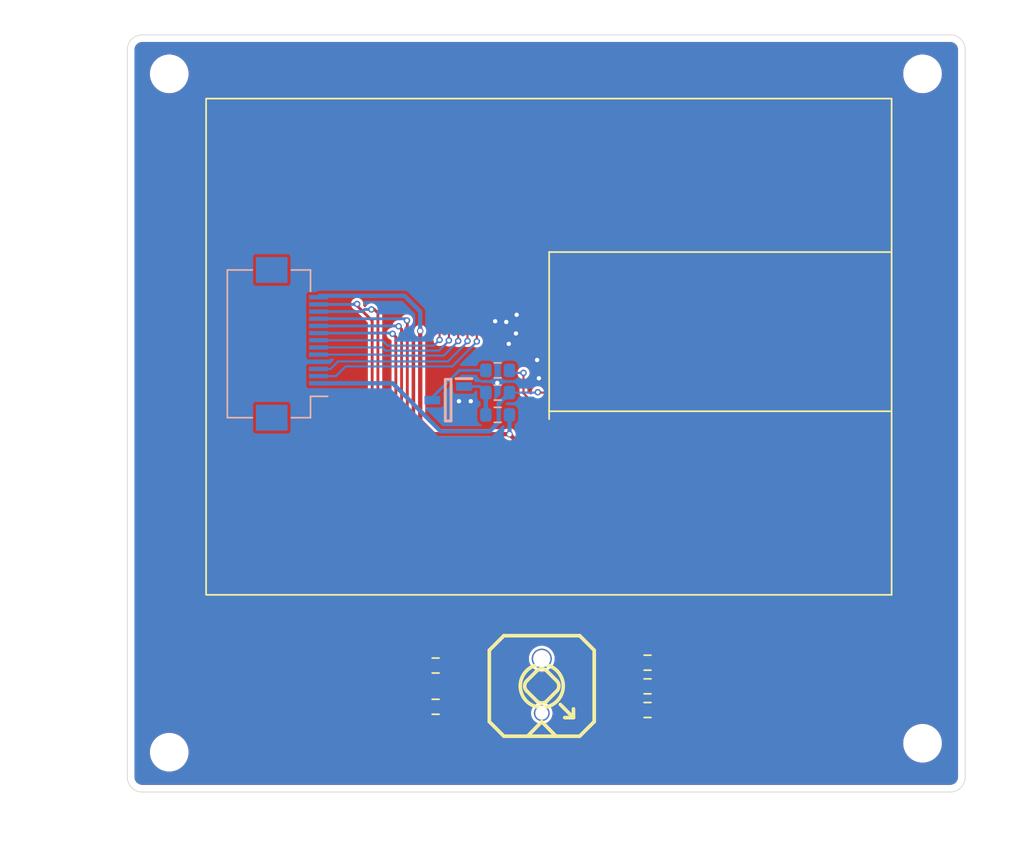
<source format=kicad_pcb>
(kicad_pcb (version 20240108) (generator "pcbnew") (generator_version "8.0")
  (layers (0 "F.Cu" signal) (31 "B.Cu" signal) (34 "B.Paste" user) (35 "F.Paste" user) (36 "B.SilkS" user "B.Silkscreen") (37 "F.SilkS" user "F.Silkscreen") (38 "B.Mask" user) (39 "F.Mask" user) (44 "Edge.Cuts" user))
  (net 0 "")
  (net 1 "/LCD_RES")
  (net 2 "+3.3V")
  (net 3 "/LCD_CLK")
  (net 4 "GND")
  (net 5 "/LCD_VCC")
  (net 6 "/KEY_L")
  (net 7 "/KEY_R")
  (net 8 "/LCD_DC")
  (net 9 "/LCD_MOSI")
  (net 10 "/KEY_D")
  (net 11 "/KEY_U")
  (net 12 "/KEY_E")
  (net 13 "/LCD_TE")
  (net 14 "Net-(Q1-C)")
  (net 15 "Net-(U2-LED_K)")
  (net 16 "Net-(Q1-B)")
  (footprint "MountingHole:MountingHole_2.2mm_M2" (layer "F.Cu") (at 151.15 65.55)
    (property "Reference" "H4" (hide yes))
    (property "Value" "MountingHole" (hide yes))
    (pad "" np_thru_hole circle (at 0 0) (size 2.2 2.2) (drill 2.2) (layers "*.Cu" "*.Mask"))
  )
  (footprint "MountingHole:MountingHole_2.2mm_M2" (layer "F.Cu") (at 151.15 18.875)
    (property "Reference" "H2" (hide yes))
    (property "Value" "MountingHole" (hide yes))
    (pad "" np_thru_hole circle (at 0 0) (size 2.2 2.2) (drill 2.2) (layers "*.Cu" "*.Mask"))
  )
  (footprint "MountingHole:MountingHole_2.2mm_M2" (layer "F.Cu") (at 98.625 66.175)
    (property "Reference" "H3" (hide yes))
    (property "Value" "MountingHole" (hide yes))
    (pad "" np_thru_hole circle (at 0 0) (size 2.2 2.2) (drill 2.2) (layers "*.Cu" "*.Mask"))
  )
  (footprint "MountingHole:MountingHole_2.2mm_M2" (layer "F.Cu") (at 98.625 18.875)
    (property "Reference" "H1" (hide yes))
    (property "Value" "MountingHole" (hide yes))
    (pad "" np_thru_hole circle (at 0 0) (size 2.2 2.2) (drill 2.2) (layers "*.Cu" "*.Mask"))
  )
  (footprint "Library:ZJY200K-IF05" (layer "F.Cu") (at 123.495 37.9 -90)
    (property "Reference" "U2" (hide yes))
    (property "Value" "~" (hide yes))
    (fp_line (start -6.6 -1.62) (end 4.5 -1.62) (stroke (width 0.12)) (layer "F.SilkS"))
    (fp_line (start -6.6 -1.62) (end -6.6 -25.42) (stroke (width 0.12)) (layer "F.SilkS"))
    (fp_line (start 4.5 -1.62) (end 4.5 -25.42) (stroke (width 0.12)) (layer "F.SilkS"))
    (fp_line (start 4.75 -1.62) (end 4.45 -1.62) (stroke (width 0.12)) (layer "F.SilkS"))
    (fp_rect (start 5.05 -1.62) (end 4.75 -1.62) (stroke (width 0.12)) (fill none) (layer "F.SilkS"))
    (fp_rect (start 17.3 -25.5) (end -17.3 22.3) (stroke (width 0.12)) (fill none) (layer "F.SilkS"))
    (pad "1" smd roundrect (at 4.2 -3.62 270) (size 0.3 3.7) (layers "F.Cu" "F.Paste" "F.Mask") (net 5 "/LCD_VCC"))
    (pad "2" smd roundrect (at 3.7 -3.62 270) (size 0.3 3.7) (layers "F.Cu" "F.Paste" "F.Mask") (net 15 "Net-(U2-LED_K)"))
    (pad "3" smd roundrect (at 3.2 -3.62 270) (size 0.3 3.7) (layers "F.Cu" "F.Paste" "F.Mask") (net 5 "/LCD_VCC"))
    (pad "4" smd roundrect (at 2.7 -3.62 270) (size 0.3 3.7) (layers "F.Cu" "F.Paste" "F.Mask") (net 5 "/LCD_VCC"))
    (pad "5" smd roundrect (at 2.2 -3.62 270) (size 0.3 3.7) (layers "F.Cu" "F.Paste" "F.Mask") (net 4 "GND"))
    (pad "6" smd roundrect (at 1.7 -3.62 270) (size 0.3 3.7) (layers "F.Cu" "F.Paste" "F.Mask") (net 5 "/LCD_VCC"))
    (pad "7" smd roundrect (at 1.2 -3.62 270) (size 0.3 3.7) (layers "F.Cu" "F.Paste" "F.Mask") (net 4 "GND"))
    (pad "8" smd roundrect (at 0.7 -3.62 270) (size 0.3 3.7) (layers "F.Cu" "F.Paste" "F.Mask") (net 4 "GND"))
    (pad "9" smd roundrect (at 0.2 -3.62 270) (size 0.3 3.7) (layers "F.Cu" "F.Paste" "F.Mask") (net 4 "GND"))
    (pad "10" smd roundrect (at -0.3 -3.62 270) (size 0.3 3.7) (layers "F.Cu" "F.Paste" "F.Mask") (net 4 "GND"))
    (pad "11" smd roundrect (at -0.8 -3.62 270) (size 0.3 3.7) (layers "F.Cu" "F.Paste" "F.Mask") (net 4 "GND"))
    (pad "12" smd roundrect (at -1.3 -3.62 270) (size 0.3 3.7) (layers "F.Cu" "F.Paste" "F.Mask") (net 4 "GND"))
    (pad "13" smd roundrect (at -1.8 -3.62 270) (size 0.3 3.7) (layers "F.Cu" "F.Paste" "F.Mask") (net 4 "GND"))
    (pad "14" smd roundrect (at -2.3 -3.62 270) (size 0.3 3.7) (layers "F.Cu" "F.Paste" "F.Mask") (net 4 "GND"))
    (pad "15" smd roundrect (at -2.8 -3.62 270) (size 0.3 3.7) (layers "F.Cu" "F.Paste" "F.Mask") (net 4 "GND"))
    (pad "16" smd roundrect (at -3.3 -3.62 270) (size 0.3 3.7) (layers "F.Cu" "F.Paste" "F.Mask") (net 8 "/LCD_DC"))
    (pad "17" smd roundrect (at -3.8 -3.62 270) (size 0.3 3.7) (layers "F.Cu" "F.Paste" "F.Mask") (net 3 "/LCD_CLK"))
    (pad "18" smd roundrect (at -4.3 -3.62 270) (size 0.3 3.7) (layers "F.Cu" "F.Paste" "F.Mask") (net 4 "GND"))
    (pad "19" smd roundrect (at -4.8 -3.62 270) (size 0.3 3.7) (layers "F.Cu" "F.Paste" "F.Mask") (net 13 "/LCD_TE"))
    (pad "20" smd roundrect (at -5.3 -3.62 270) (size 0.3 3.7) (layers "F.Cu" "F.Paste" "F.Mask") (net 1 "/LCD_RES"))
    (pad "21" smd roundrect (at -5.8 -3.62 270) (size 0.3 3.7) (layers "F.Cu" "F.Paste" "F.Mask") (net 9 "/LCD_MOSI"))
    (pad "22" smd roundrect (at -6.3 -3.62 270) (size 0.3 3.7) (layers "F.Cu" "F.Paste" "F.Mask") (net 4 "GND"))
  )
  (footprint "Resistor_SMD:R_0603_1608Metric" (layer "F.Cu") (at 117.2 63.006 180)
    (property "Reference" "R4" (hide yes))
    (property "Value" "10K" (hide yes))
    (fp_line (start -0.237258 0.5225) (end 0.237258 0.5225) (stroke (width 0.12)) (layer "F.SilkS"))
    (fp_line (start -0.237258 -0.5225) (end 0.237258 -0.5225) (stroke (width 0.12)) (layer "F.SilkS"))
    (pad "1" smd roundrect (at -0.825 0 180) (size 0.8 0.95) (layers "F.Cu" "F.Paste" "F.Mask") (net 6 "/KEY_L"))
    (pad "2" smd roundrect (at 0.825 0 180) (size 0.8 0.95) (layers "F.Cu" "F.Paste" "F.Mask") (net 2 "+3.3V"))
  )
  (footprint "Resistor_SMD:R_0603_1608Metric" (layer "F.Cu") (at 131.975 59.931)
    (property "Reference" "R3" (hide yes))
    (property "Value" "10K" (hide yes))
    (fp_line (start -0.237258 -0.5225) (end 0.237258 -0.5225) (stroke (width 0.12)) (layer "F.SilkS"))
    (fp_line (start -0.237258 0.5225) (end 0.237258 0.5225) (stroke (width 0.12)) (layer "F.SilkS"))
    (pad "1" smd roundrect (at -0.825 0) (size 0.8 0.95) (layers "F.Cu" "F.Paste" "F.Mask") (net 10 "/KEY_D"))
    (pad "2" smd roundrect (at 0.825 0) (size 0.8 0.95) (layers "F.Cu" "F.Paste" "F.Mask") (net 2 "+3.3V"))
  )
  (footprint "kicad_lceda:五向开关" (layer "F.Cu") (at 124.6 61.553 180)
    (property "Reference" "U1" (hide yes))
    (property "Value" "五向开关" (hide yes))
    (fp_line (start 3.658 2.489) (end 2.642 3.505) (stroke (width 0.254)) (layer "F.SilkS"))
    (fp_line (start 3.658 -2.489) (end 3.658 2.489) (stroke (width 0.254)) (layer "F.SilkS"))
    (fp_line (start 2.642 3.505) (end -2.642 3.505) (stroke (width 0.254)) (layer "F.SilkS"))
    (fp_line (start 2.642 -3.505) (end 3.658 -2.489) (stroke (width 0.254)) (layer "F.SilkS"))
    (fp_line (start 1.041 -0.356) (end 0.356 -1.041) (stroke (width 0.254)) (layer "F.SilkS"))
    (fp_line (start 0.991 -3.505) (end 2.642 -3.505) (stroke (width 0.254)) (layer "F.SilkS"))
    (fp_line (start 0.356 1.041) (end 1.041 0.356) (stroke (width 0.254)) (layer "F.SilkS"))
    (fp_line (start 0 -2.489) (end 0.991 -3.505) (stroke (width 0.254)) (layer "F.SilkS"))
    (fp_line (start 0 -2.489) (end -0.991 -3.505) (stroke (width 0.254)) (layer "F.SilkS"))
    (fp_line (start -0.356 -1.041) (end -1.041 -0.356) (stroke (width 0.254)) (layer "F.SilkS"))
    (fp_line (start -0.991 -3.505) (end 0.991 -3.505) (stroke (width 0.254)) (layer "F.SilkS"))
    (fp_line (start -1.041 0.356) (end -0.356 1.041) (stroke (width 0.254)) (layer "F.SilkS"))
    (fp_line (start -1.295 -1.295) (end -2.21 -2.21) (stroke (width 0.254)) (layer "F.SilkS"))
    (fp_line (start -2.21 -2.21) (end -1.6 -2.21) (stroke (width 0.254)) (layer "F.SilkS"))
    (fp_line (start -2.21 -2.21) (end -2.21 -1.6) (stroke (width 0.254)) (layer "F.SilkS"))
    (fp_line (start -2.642 3.505) (end -3.658 2.489) (stroke (width 0.254)) (layer "F.SilkS"))
    (fp_line (start -2.642 -3.505) (end -0.991 -3.505) (stroke (width 0.254)) (layer "F.SilkS"))
    (fp_line (start -3.658 2.489) (end -3.658 -2.489) (stroke (width 0.254)) (layer "F.SilkS"))
    (fp_line (start -3.658 -2.489) (end -2.642 -3.505) (stroke (width 0.254)) (layer "F.SilkS"))
    (fp_arc (start 1.046 -0.353) (mid 1.192217 -0.000569) (end 1.046803 0.352195) (stroke (width 0.254)) (layer "F.SilkS"))
    (fp_arc (start 0.353 1.046) (mid 0.000569 1.192217) (end -0.352195 1.046803) (stroke (width 0.254)) (layer "F.SilkS"))
    (fp_arc (start -0.353 -1.046) (mid -0.000569 -1.192217) (end 0.352195 -1.046803) (stroke (width 0.254)) (layer "F.SilkS"))
    (fp_arc (start -1.046 0.353) (mid -1.192217 0.000569) (end -1.046803 -0.352195) (stroke (width 0.254)) (layer "F.SilkS"))
    (fp_circle (center 0 0) (end 1.499 0) (stroke (width 0.254)) (fill none) (layer "F.SilkS"))
    (pad "" thru_hole circle (at 0 -1.9 180) (size 1.1 1.1) (drill 0.9) (layers "*.Cu" "*.Mask"))
    (pad "" thru_hole circle (at 0 1.9 180) (size 1.4 1.4) (drill 1.2) (layers "*.Cu" "*.Mask"))
    (pad "1" thru_hole rect (at -4.1 -1.397 180) (size 1.849 1.1) (layers "F.Cu" "F.Paste" "F.Mask") (net 12 "/KEY_E"))
    (pad "2" thru_hole rect (at -4.1 0 180) (size 1.849 1.1) (layers "F.Cu" "F.Paste" "F.Mask") (net 11 "/KEY_U"))
    (pad "3" thru_hole rect (at -4.1 1.397 180) (size 1.849 1.1) (layers "F.Cu" "F.Paste" "F.Mask") (net 10 "/KEY_D"))
    (pad "4" thru_hole rect (at 4.1 1.397 180) (size 1.849 1.1) (layers "F.Cu" "F.Paste" "F.Mask") (net 7 "/KEY_R"))
    (pad "5" thru_hole rect (at 4.1 0 180) (size 1.849 1.1) (layers "F.Cu" "F.Paste" "F.Mask") (net 4 "GND"))
    (pad "6" thru_hole rect (at 4.1 -1.397 180) (size 1.849 1.1) (layers "F.Cu" "F.Paste" "F.Mask") (net 6 "/KEY_L"))
    (pad "7" thru_hole rect (at 0 -4.1 180) (size 1.9 1.999) (layers "F.Cu" "F.Paste" "F.Mask"))
    (pad "8" thru_hole rect (at 0 4.1 180) (size 1.9 1.999) (layers "F.Cu" "F.Paste" "F.Mask"))
  )
  (footprint "Resistor_SMD:R_0603_1608Metric" (layer "F.Cu") (at 131.975 63.231)
    (property "Reference" "R1" (hide yes))
    (property "Value" "10K" (hide yes))
    (fp_line (start -0.237258 -0.5225) (end 0.237258 -0.5225) (stroke (width 0.12)) (layer "F.SilkS"))
    (fp_line (start -0.237258 0.5225) (end 0.237258 0.5225) (stroke (width 0.12)) (layer "F.SilkS"))
    (pad "1" smd roundrect (at -0.825 0) (size 0.8 0.95) (layers "F.Cu" "F.Paste" "F.Mask") (net 12 "/KEY_E"))
    (pad "2" smd roundrect (at 0.825 0) (size 0.8 0.95) (layers "F.Cu" "F.Paste" "F.Mask") (net 2 "+3.3V"))
  )
  (footprint "Resistor_SMD:R_0603_1608Metric" (layer "F.Cu") (at 131.975 61.581)
    (property "Reference" "R2" (hide yes))
    (property "Value" "10K" (hide yes))
    (fp_line (start -0.237258 -0.5225) (end 0.237258 -0.5225) (stroke (width 0.12)) (layer "F.SilkS"))
    (fp_line (start -0.237258 0.5225) (end 0.237258 0.5225) (stroke (width 0.12)) (layer "F.SilkS"))
    (pad "1" smd roundrect (at -0.825 0) (size 0.8 0.95) (layers "F.Cu" "F.Paste" "F.Mask") (net 11 "/KEY_U"))
    (pad "2" smd roundrect (at 0.825 0) (size 0.8 0.95) (layers "F.Cu" "F.Paste" "F.Mask") (net 2 "+3.3V"))
  )
  (footprint "Resistor_SMD:R_0603_1608Metric" (layer "F.Cu") (at 117.2 60.131 180)
    (property "Reference" "R5" (hide yes))
    (property "Value" "10K" (hide yes))
    (fp_line (start -0.237258 0.5225) (end 0.237258 0.5225) (stroke (width 0.12)) (layer "F.SilkS"))
    (fp_line (start -0.237258 -0.5225) (end 0.237258 -0.5225) (stroke (width 0.12)) (layer "F.SilkS"))
    (pad "1" smd roundrect (at -0.825 0 180) (size 0.8 0.95) (layers "F.Cu" "F.Paste" "F.Mask") (net 7 "/KEY_R"))
    (pad "2" smd roundrect (at 0.825 0 180) (size 0.8 0.95) (layers "F.Cu" "F.Paste" "F.Mask") (net 2 "+3.3V"))
  )
  (footprint "Resistor_SMD:R_0603_1608Metric" (layer "B.Cu") (at 121.525 42.65)
    (property "Reference" "R7" (hide yes))
    (property "Value" "10K" (hide yes))
    (fp_line (start 0.237258 -0.5225) (end -0.237258 -0.5225) (stroke (width 0.12)) (layer "B.SilkS"))
    (fp_line (start 0.237258 0.5225) (end -0.237258 0.5225) (stroke (width 0.12)) (layer "B.SilkS"))
    (pad "1" smd roundrect (at -0.825 0) (size 0.8 0.95) (layers "B.Cu" "B.Paste" "B.Mask") (net 16 "Net-(Q1-B)"))
    (pad "2" smd roundrect (at 0.825 0) (size 0.8 0.95) (layers "B.Cu" "B.Paste" "B.Mask") (net 2 "+3.3V"))
  )
  (footprint "Library:SOT95P240X115-3N" (layer "B.Cu") (at 118.075 41.625 180)
    (property "Reference" "Q1" (hide yes))
    (property "Value" "S8050" (hide yes))
    (fp_line (start 0.2 1.45) (end -0.2 1.45) (stroke (width 0.2)) (layer "B.SilkS"))
    (fp_line (start 0.2 -1.45) (end 0.2 1.45) (stroke (width 0.2)) (layer "B.SilkS"))
    (fp_line (start -0.2 1.45) (end -0.2 -1.45) (stroke (width 0.2)) (layer "B.SilkS"))
    (fp_line (start -0.2 -1.45) (end 0.2 -1.45) (stroke (width 0.2)) (layer "B.SilkS"))
    (fp_line (start -0.55 1.5) (end -1.65 1.5) (stroke (width 0.2)) (layer "B.SilkS"))
    (pad "1" smd rect (at -1.1 0.95 90) (size 0.6 1.1) (layers "B.Cu" "B.Paste" "B.Mask") (net 16 "Net-(Q1-B)"))
    (pad "2" smd rect (at -1.1 -0.95 90) (size 0.6 1.1) (layers "B.Cu" "B.Paste" "B.Mask") (net 4 "GND"))
    (pad "3" smd rect (at 1.1 0 90) (size 0.6 1.1) (layers "B.Cu" "B.Paste" "B.Mask") (net 14 "Net-(Q1-C)"))
  )
  (footprint "Resistor_SMD:R_0603_1608Metric" (layer "B.Cu") (at 121.525 41.1 180)
    (property "Reference" "R8" (hide yes))
    (property "Value" "10K" (hide yes))
    (fp_line (start 0.237258 0.5225) (end -0.237258 0.5225) (stroke (width 0.12)) (layer "B.SilkS"))
    (fp_line (start 0.237258 -0.5225) (end -0.237258 -0.5225) (stroke (width 0.12)) (layer "B.SilkS"))
    (pad "1" smd roundrect (at -0.825 0 180) (size 0.8 0.95) (layers "B.Cu" "B.Paste" "B.Mask") (net 5 "/LCD_VCC"))
    (pad "2" smd roundrect (at 0.825 0 180) (size 0.8 0.95) (layers "B.Cu" "B.Paste" "B.Mask") (net 16 "Net-(Q1-B)"))
  )
  (footprint "Connector_FFC-FPC:Hirose_FH12-14S-0.5SH_1x14-1MP_P0.50mm_Horizontal" (layer "B.Cu") (at 107.175 37.7 90)
    (property "Reference" "J1" (hide yes))
    (property "Value" "LCD&KEYS" (hide yes))
    (fp_line (start 5.15 -4.5) (end -5.15 -4.5) (stroke (width 0.12)) (layer "B.SilkS"))
    (fp_line (start -5.15 -4.5) (end -5.15 -2.76) (stroke (width 0.12)) (layer "B.SilkS"))
    (fp_line (start 5.15 -2.76) (end 5.15 -4.5) (stroke (width 0.12)) (layer "B.SilkS"))
    (fp_line (start 5.15 -0.04) (end 5.15 1.3) (stroke (width 0.12)) (layer "B.SilkS"))
    (fp_line (start -5.15 -0.04) (end -5.15 1.3) (stroke (width 0.12)) (layer "B.SilkS"))
    (fp_line (start 5.15 1.3) (end 3.66 1.3) (stroke (width 0.12)) (layer "B.SilkS"))
    (fp_line (start -5.15 1.3) (end -3.66 1.3) (stroke (width 0.12)) (layer "B.SilkS"))
    (fp_line (start -3.66 2.5) (end -3.66 1.3) (stroke (width 0.12)) (layer "B.SilkS"))
    (pad "1" smd rect (at -3.25 1.85 90) (size 0.3 1.3) (layers "B.Cu" "B.Paste" "B.Mask") (net 4 "GND"))
    (pad "2" smd rect (at -2.75 1.85 90) (size 0.3 1.3) (layers "B.Cu" "B.Paste" "B.Mask") (net 5 "/LCD_VCC"))
    (pad "3" smd rect (at -2.25 1.85 90) (size 0.3 1.3) (layers "B.Cu" "B.Paste" "B.Mask") (net 8 "/LCD_DC"))
    (pad "4" smd rect (at -1.75 1.85 90) (size 0.3 1.3) (layers "B.Cu" "B.Paste" "B.Mask") (net 3 "/LCD_CLK"))
    (pad "5" smd rect (at -1.25 1.85 90) (size 0.3 1.3) (layers "B.Cu" "B.Paste" "B.Mask") (net 4 "GND"))
    (pad "6" smd rect (at -0.75 1.85 90) (size 0.3 1.3) (layers "B.Cu" "B.Paste" "B.Mask") (net 13 "/LCD_TE"))
    (pad "7" smd rect (at -0.25 1.85 90) (size 0.3 1.3) (layers "B.Cu" "B.Paste" "B.Mask") (net 1 "/LCD_RES"))
    (pad "8" smd rect (at 0.25 1.85 90) (size 0.3 1.3) (layers "B.Cu" "B.Paste" "B.Mask") (net 9 "/LCD_MOSI"))
    (pad "9" smd rect (at 0.75 1.85 90) (size 0.3 1.3) (layers "B.Cu" "B.Paste" "B.Mask") (net 12 "/KEY_E"))
    (pad "10" smd rect (at 1.25 1.85 90) (size 0.3 1.3) (layers "B.Cu" "B.Paste" "B.Mask") (net 11 "/KEY_U"))
    (pad "11" smd rect (at 1.75 1.85 90) (size 0.3 1.3) (layers "B.Cu" "B.Paste" "B.Mask") (net 10 "/KEY_D"))
    (pad "12" smd rect (at 2.25 1.85 90) (size 0.3 1.3) (layers "B.Cu" "B.Paste" "B.Mask") (net 6 "/KEY_L"))
    (pad "13" smd rect (at 2.75 1.85 90) (size 0.3 1.3) (layers "B.Cu" "B.Paste" "B.Mask") (net 7 "/KEY_R"))
    (pad "14" smd rect (at 3.25 1.85 90) (size 0.3 1.3) (layers "B.Cu" "B.Paste" "B.Mask") (net 2 "+3.3V"))
    (pad "MP" smd rect (at -5.15 -1.4 90) (size 1.8 2.2) (layers "B.Cu" "B.Paste" "B.Mask"))
    (pad "MP" smd rect (at 5.15 -1.4 90) (size 1.8 2.2) (layers "B.Cu" "B.Paste" "B.Mask"))
  )
  (footprint "Resistor_SMD:R_0603_1608Metric" (layer "B.Cu") (at 121.525 39.55 180)
    (property "Reference" "R6" (hide yes))
    (property "Value" "10R" (hide yes))
    (fp_line (start 0.237258 0.5225) (end -0.237258 0.5225) (stroke (width 0.12)) (layer "B.SilkS"))
    (fp_line (start 0.237258 -0.5225) (end -0.237258 -0.5225) (stroke (width 0.12)) (layer "B.SilkS"))
    (pad "1" smd roundrect (at -0.825 0 180) (size 0.8 0.95) (layers "B.Cu" "B.Paste" "B.Mask") (net 15 "Net-(U2-LED_K)"))
    (pad "2" smd roundrect (at 0.825 0 180) (size 0.8 0.95) (layers "B.Cu" "B.Paste" "B.Mask") (net 14 "Net-(Q1-C)"))
  )
  (gr_line (start 95.7 17.2) (end 95.7 67.9) (stroke (width 0.05)) (layer "Edge.Cuts"))
  (gr_arc (start 154.125 67.9) (mid 153.817462 68.642462) (end 153.075 68.95) (stroke (width 0.05)) (layer "Edge.Cuts"))
  (gr_line (start 96.75 68.95) (end 153.075 68.95) (stroke (width 0.05)) (layer "Edge.Cuts"))
  (gr_arc (start 96.75 68.95) (mid 96.007538 68.642462) (end 95.7 67.9) (stroke (width 0.05)) (layer "Edge.Cuts"))
  (gr_arc (start 95.7 17.2) (mid 96.007538 16.457538) (end 96.75 16.15) (stroke (width 0.05)) (layer "Edge.Cuts"))
  (gr_line (start 153.075 16.15) (end 96.75 16.15) (stroke (width 0.05)) (layer "Edge.Cuts"))
  (gr_line (start 154.125 67.9) (end 154.125 17.2) (stroke (width 0.05)) (layer "Edge.Cuts"))
  (gr_arc (start 153.075 16.15) (mid 153.817462 16.457538) (end 154.125 17.2) (stroke (width 0.05)) (layer "Edge.Cuts"))
  (segment (start 118.124192 37.45746) (end 118.124192 33.375808) (width 0.15) (layer "F.Cu") (net 1))
  (segment (start 118.9 32.6) (end 127.115 32.6) (width 0.15) (layer "F.Cu") (net 1))
  (segment (start 118.124192 33.375808) (end 118.9 32.6) (width 0.15) (layer "F.Cu") (net 1))
  (via (at 118.124192 37.45746) (size 0.45) (drill 0.25) (layers "F.Cu" "B.Cu") (net 1))
  (segment (start 109.025 37.95) (end 113.480026 37.95) (width 0.15) (layer "B.Cu") (net 1))
  (segment (start 113.480026 37.95) (end 113.705025 38.175) (width 0.15) (layer "B.Cu") (net 1))
  (segment (start 113.705025 38.175) (end 116.675 38.175) (width 0.15) (layer "B.Cu") (net 1))
  (segment (start 116.675 38.175) (end 117.432107 38.175) (width 0.15) (layer "B.Cu") (net 1))
  (segment (start 118.124192 37.482915) (end 118.124192 37.45746) (width 0.15) (layer "B.Cu") (net 1))
  (segment (start 117.432107 38.175) (end 118.124192 37.482915) (width 0.15) (layer "B.Cu") (net 1))
  (segment (start 131.931 64.1) (end 132.8 63.231) (width 0.3) (layer "F.Cu") (net 2))
  (segment (start 116.375 60.131) (end 116.375 63.006) (width 0.3) (layer "F.Cu") (net 2))
  (segment (start 121.55 64.225) (end 123.222 62.553) (width 0.3) (layer "F.Cu") (net 2))
  (segment (start 116.375 63.006) (end 117.594 64.225) (width 0.3) (layer "F.Cu") (net 2))
  (segment (start 132.8 54.45) (end 132.8 59.931) (width 0.3) (layer "F.Cu") (net 2))
  (segment (start 122.35 44) (end 132.8 54.45) (width 0.3) (layer "F.Cu") (net 2))
  (segment (start 117.594 64.225) (end 121.55 64.225) (width 0.3) (layer "F.Cu") (net 2))
  (segment (start 116.125 43.05) (end 117.075 44) (width 0.3) (layer "F.Cu") (net 2))
  (segment (start 117.075 44) (end 122.35 44) (width 0.3) (layer "F.Cu") (net 2))
  (segment (start 116.125 36.8) (end 116.125 43.05) (width 0.3) (layer "F.Cu") (net 2))
  (segment (start 127.45 64.1) (end 131.931 64.1) (width 0.3) (layer "F.Cu") (net 2))
  (segment (start 132.8 59.931) (end 132.8 63.231) (width 0.3) (layer "F.Cu") (net 2))
  (segment (start 125.903 62.553) (end 127.45 64.1) (width 0.3) (layer "F.Cu") (net 2))
  (segment (start 123.222 62.553) (end 125.903 62.553) (width 0.3) (layer "F.Cu") (net 2))
  (via (at 116.125 36.8) (size 0.45) (drill 0.3) (layers "F.Cu" "B.Cu") (net 2))
  (via (at 122.35 44) (size 0.45) (drill 0.3) (layers "F.Cu" "B.Cu") (net 2))
  (segment (start 115.025 34.35) (end 116 35.325) (width 0.3) (layer "B.Cu") (net 2))
  (segment (start 116.125 36.725) (end 116.125 36.8) (width 0.3) (layer "B.Cu") (net 2))
  (segment (start 116.125 35.45) (end 116.125 36.725) (width 0.3) (layer "B.Cu") (net 2))
  (segment (start 109.025 34.45) (end 109.125 34.35) (width 0.3) (layer "B.Cu") (net 2))
  (segment (start 109.125 34.35) (end 115.025 34.35) (width 0.3) (layer "B.Cu") (net 2))
  (segment (start 116 35.325) (end 116.125 35.45) (width 0.3) (layer "B.Cu") (net 2))
  (segment (start 122.35 44) (end 122.35 42.65) (width 0.3) (layer "B.Cu") (net 2))
  (segment (start 119.875 34.1) (end 127.115 34.1) (width 0.15) (layer "F.Cu") (net 3))
  (segment (start 119.422698 34.552302) (end 119.875 34.1) (width 0.15) (layer "F.Cu") (net 3))
  (segment (start 119.422698 37.499727) (end 119.422698 34.552302) (width 0.15) (layer "F.Cu") (net 3))
  (via (at 119.422698 37.499727) (size 0.45) (drill 0.25) (layers "F.Cu" "B.Cu") (net 3))
  (segment (start 119.422698 37.55865) (end 119.422698 37.499727) (width 0.15) (layer "B.Cu") (net 3))
  (segment (start 109.025 39.45) (end 109.875 39.45) (width 0.15) (layer "B.Cu") (net 3))
  (segment (start 110.4 38.925) (end 118.056348 38.925) (width 0.15) (layer "B.Cu") (net 3))
  (segment (start 118.056348 38.925) (end 119.422698 37.55865) (width 0.15) (layer "B.Cu") (net 3))
  (segment (start 109.875 39.45) (end 110.4 38.925) (width 0.15) (layer "B.Cu") (net 3))
  (via (at 121.35 36.125) (size 0.45) (drill 0.3) (layers "F.Cu" "B.Cu") (net 4))
  (via (at 122.85 35.675) (size 0.45) (drill 0.3) (layers "F.Cu" "B.Cu") (net 4))
  (via (at 124.4 40.1) (size 0.45) (drill 0.3) (layers "F.Cu" "B.Cu") (net 4))
  (via (at 118.825 41.7) (size 0.45) (drill 0.3) (layers "F.Cu" "B.Cu") (net 4))
  (via (at 119.65 41.7) (size 0.45) (drill 0.3) (layers "F.Cu" "B.Cu") (net 4))
  (via (at 122.8 36.975) (size 0.45) (drill 0.3) (layers "F.Cu" "B.Cu") (net 4))
  (via (at 121.5 40.425) (size 0.45) (drill 0.3) (layers "F.Cu" "B.Cu") (net 4))
  (via (at 124.275 38.825) (size 0.45) (drill 0.3) (layers "F.Cu" "B.Cu") (net 4))
  (via (at 122.3 37.7) (size 0.45) (drill 0.3) (layers "F.Cu" "B.Cu") (net 4))
  (via (at 122.125 36.175) (size 0.45) (drill 0.3) (layers "F.Cu" "B.Cu") (net 4))
  (segment (start 129.24 40.41) (end 129.05 40.6) (width 0.15) (layer "F.Cu") (net 5))
  (segment (start 129.05 40.6) (end 127.115 40.6) (width 0.15) (layer "F.Cu") (net 5))
  (segment (start 129.24 39.875001) (end 129.24 40.41) (width 0.15) (layer "F.Cu") (net 5))
  (segment (start 124.325 41.075) (end 124.35 41.1) (width 0.15) (layer "F.Cu") (net 5))
  (segment (start 127.115 40.6) (end 127.115 41.1) (width 0.15) (layer "F.Cu") (net 5))
  (segment (start 127.115 39.6) (end 128.964999 39.6) (width 0.15) (layer "F.Cu") (net 5))
  (segment (start 129.24 41.375001) (end 129.24 41.86) (width 0.15) (layer "F.Cu") (net 5))
  (segment (start 128.964999 41.1) (end 129.24 41.375001) (width 0.15) (layer "F.Cu") (net 5))
  (segment (start 124.35 41.1) (end 127.115 41.1) (width 0.15) (layer "F.Cu") (net 5))
  (segment (start 129.24 41.86) (end 129 42.1) (width 0.15) (layer "F.Cu") (net 5))
  (segment (start 128.964999 39.6) (end 129.24 39.875001) (width 0.15) (layer "F.Cu") (net 5))
  (segment (start 127.115 41.1) (end 128.964999 41.1) (width 0.15) (layer "F.Cu") (net 5))
  (segment (start 129 42.1) (end 127.115 42.1) (width 0.15) (layer "F.Cu") (net 5))
  (via (at 124.325 41.075) (size 0.45) (drill 0.25) (layers "F.Cu" "B.Cu") (net 5))
  (segment (start 109.025 40.45) (end 114.2 40.45) (width 0.3) (layer "B.Cu") (net 5))
  (segment (start 117.55 43.8) (end 120.958358 43.8) (width 0.3) (layer "B.Cu") (net 5))
  (segment (start 124.3 41.1) (end 124.325 41.075) (width 0.15) (layer "B.Cu") (net 5))
  (segment (start 121.6 43.158358) (end 121.6 41.85) (width 0.3) (layer "B.Cu") (net 5))
  (segment (start 114.2 40.45) (end 117.55 43.8) (width 0.3) (layer "B.Cu") (net 5))
  (segment (start 121.6 41.85) (end 122.35 41.1) (width 0.3) (layer "B.Cu") (net 5))
  (segment (start 122.35 41.1) (end 124.3 41.1) (width 0.15) (layer "B.Cu") (net 5))
  (segment (start 120.958358 43.8) (end 121.6 43.158358) (width 0.3) (layer "B.Cu") (net 5))
  (segment (start 112.925 35.3) (end 112.725 35.3) (width 0.2) (layer "F.Cu") (net 6))
  (segment (start 121.6245 62.95) (end 122.475 62.0995) (width 0.2) (layer "F.Cu") (net 6))
  (segment (start 122.475 58.175) (end 122.475 53.9) (width 0.2) (layer "F.Cu") (net 6))
  (segment (start 122.475 53.9) (end 115.6 47.025) (width 0.2) (layer "F.Cu") (net 6))
  (segment (start 120.444 63.006) (end 120.5 62.95) (width 0.2) (layer "F.Cu") (net 6))
  (segment (start 122.475 62.0995) (end 122.475 58.175) (width 0.2) (layer "F.Cu") (net 6))
  (segment (start 118.025 63.006) (end 120.444 63.006) (width 0.2) (layer "F.Cu") (net 6))
  (segment (start 113.175 35.55) (end 112.925 35.3) (width 0.2) (layer "F.Cu") (net 6))
  (segment (start 115.6 47.025) (end 113.175 44.6) (width 0.2) (layer "F.Cu") (net 6))
  (segment (start 120.5 62.95) (end 121.6245 62.95) (width 0.2) (layer "F.Cu") (net 6))
  (segment (start 113.175 44.6) (end 113.175 35.55) (width 0.2) (layer "F.Cu") (net 6))
  (via (at 112.725 35.3) (size 0.45) (drill 0.25) (layers "F.Cu" "B.Cu") (net 6))
  (segment (start 112.1 35.45) (end 109.025 35.45) (width 0.2) (layer "B.Cu") (net 6))
  (segment (start 112.725 35.3) (end 112.25 35.3) (width 0.2) (layer "B.Cu") (net 6))
  (segment (start 112.25 35.3) (end 112.1 35.45) (width 0.2) (layer "B.Cu") (net 6))
  (segment (start 120.475 60.131) (end 120.5 60.156) (width 0.2) (layer "F.Cu") (net 7))
  (segment (start 122.075 59.925) (end 122.075 57.65) (width 0.2) (layer "F.Cu") (net 7))
  (segment (start 111.725 35.042463) (end 111.725 34.925) (width 0.2) (layer "F.Cu") (net 7))
  (segment (start 112.775 44.765685) (end 112.775 36.35) (width 0.2) (layer "F.Cu") (net 7))
  (segment (start 122.075 57.65) (end 122.075 54.065686) (width 0.2) (layer "F.Cu") (net 7))
  (segment (start 119.804657 51.795343) (end 112.775 44.765685) (width 0.2) (layer "F.Cu") (net 7))
  (segment (start 122.05 59.95) (end 122.075 59.925) (width 0.2) (layer "F.Cu") (net 7))
  (segment (start 120.5 60.156) (end 121.844 60.156) (width 0.2) (layer "F.Cu") (net 7))
  (segment (start 112.775 36.092463) (end 111.725 35.042463) (width 0.2) (layer "F.Cu") (net 7))
  (segment (start 122.075 54.065686) (end 119.804657 51.795343) (width 0.2) (layer "F.Cu") (net 7))
  (segment (start 112.775 36.35) (end 112.775 36.092463) (width 0.2) (layer "F.Cu") (net 7))
  (segment (start 118.025 60.131) (end 120.475 60.131) (width 0.2) (layer "F.Cu") (net 7))
  (segment (start 121.844 60.156) (end 122.05 59.95) (width 0.2) (layer "F.Cu") (net 7))
  (via (at 111.725 34.925) (size 0.45) (drill 0.25) (layers "F.Cu" "B.Cu") (net 7))
  (segment (start 111.725 34.925) (end 111.5 34.925) (width 0.2) (layer "B.Cu") (net 7))
  (segment (start 111.475 34.95) (end 109.025 34.95) (width 0.2) (layer "B.Cu") (net 7))
  (segment (start 111.5 34.925) (end 111.475 34.95) (width 0.2) (layer "B.Cu") (net 7))
  (segment (start 120.072021 35.127979) (end 120.6 34.6) (width 0.15) (layer "F.Cu") (net 8))
  (segment (start 120.072021 37.52944) (end 120.072021 35.127979) (width 0.15) (layer "F.Cu") (net 8))
  (segment (start 120.6 34.6) (end 127.115 34.6) (width 0.15) (layer "F.Cu") (net 8))
  (via (at 120.072021 37.52944) (size 0.45) (drill 0.25) (layers "F.Cu" "B.Cu") (net 8))
  (segment (start 110.25 39.95) (end 110.925 39.275) (width 0.15) (layer "B.Cu") (net 8))
  (segment (start 109.025 39.95) (end 110.25 39.95) (width 0.15) (layer "B.Cu") (net 8))
  (segment (start 110.925 39.275) (end 118.354532 39.275) (width 0.15) (layer "B.Cu") (net 8))
  (segment (start 120.072021 37.557511) (end 120.072021 37.52944) (width 0.15) (layer "B.Cu") (net 8))
  (segment (start 118.354532 39.275) (end 120.072021 37.557511) (width 0.15) (layer "B.Cu") (net 8))
  (segment (start 118.6 32.1) (end 127.115 32.1) (width 0.15) (layer "F.Cu") (net 9))
  (segment (start 117.475 37.425) (end 117.475 33.225) (width 0.15) (layer "F.Cu") (net 9))
  (segment (start 117.475 33.225) (end 118.6 32.1) (width 0.15) (layer "F.Cu") (net 9))
  (via (at 117.475 37.425) (size 0.45) (drill 0.25) (layers "F.Cu" "B.Cu") (net 9))
  (segment (start 116.2 37.825) (end 117.075 37.825) (width 0.15) (layer "B.Cu") (net 9))
  (segment (start 117.075 37.825) (end 117.475 37.425) (width 0.15) (layer "B.Cu") (net 9))
  (segment (start 113.475 37.45) (end 113.55 37.525) (width 0.15) (layer "B.Cu") (net 9))
  (segment (start 109.025 37.45) (end 113.475 37.45) (width 0.15) (layer "B.Cu") (net 9))
  (segment (start 113.55 37.525) (end 113.85 37.825) (width 0.15) (layer "B.Cu") (net 9))
  (segment (start 113.85 37.825) (end 116.2 37.825) (width 0.15) (layer "B.Cu") (net 9))
  (segment (start 115.225 43.35) (end 115.225 43.1) (width 0.2) (layer "F.Cu") (net 10))
  (segment (start 116.925 45.05) (end 115.225 43.35) (width 0.2) (layer "F.Cu") (net 10))
  (segment (start 130.925 60.156) (end 131.15 59.931) (width 0.2) (layer "F.Cu") (net 10))
  (segment (start 128.7 60.156) (end 130.925 60.156) (width 0.2) (layer "F.Cu") (net 10))
  (segment (start 115.225 43.1) (end 115.225 36.1) (width 0.2) (layer "F.Cu") (net 10))
  (segment (start 128.7 60.156) (end 128.7 56.825) (width 0.2) (layer "F.Cu") (net 10))
  (segment (start 115.225 36.1) (end 115.2 36.075) (width 0.2) (layer "F.Cu") (net 10))
  (segment (start 128.7 56.825) (end 116.925 45.05) (width 0.2) (layer "F.Cu") (net 10))
  (via (at 115.2 36.075) (size 0.45) (drill 0.25) (layers "F.Cu" "B.Cu") (net 10))
  (segment (start 115.075 35.95) (end 109.025 35.95) (width 0.2) (layer "B.Cu") (net 10))
  (segment (start 115.2 36.075) (end 115.075 35.95) (width 0.2) (layer "B.Cu") (net 10))
  (segment (start 131.122 61.553) (end 131.15 61.581) (width 0.2) (layer "F.Cu") (net 11))
  (segment (start 127.229657 60.760157) (end 127.229657 55.920343) (width 0.2) (layer "F.Cu") (net 11))
  (segment (start 114.825 36.68138) (end 114.61862 36.475) (width 0.2) (layer "F.Cu") (net 11))
  (segment (start 128.7 61.553) (end 131.122 61.553) (width 0.2) (layer "F.Cu") (net 11))
  (segment (start 128.7 61.553) (end 128.0225 61.553) (width 0.2) (layer "F.Cu") (net 11))
  (segment (start 114.825 43.515685) (end 114.825 36.825) (width 0.2) (layer "F.Cu") (net 11))
  (segment (start 119.942157 48.632843) (end 114.825 43.515685) (width 0.2) (layer "F.Cu") (net 11))
  (segment (start 127.229657 55.920343) (end 119.942157 48.632843) (width 0.2) (layer "F.Cu") (net 11))
  (segment (start 128.0225 61.553) (end 127.229657 60.760157) (width 0.2) (layer "F.Cu") (net 11))
  (segment (start 114.825 36.825) (end 114.825 36.68138) (width 0.2) (layer "F.Cu") (net 11))
  (via (at 114.61862 36.475) (size 0.45) (drill 0.25) (layers "F.Cu" "B.Cu") (net 11))
  (segment (start 114.59362 36.45) (end 109.025 36.45) (width 0.2) (layer "B.Cu") (net 11))
  (segment (start 114.61862 36.475) (end 114.59362 36.45) (width 0.2) (layer "B.Cu") (net 11))
  (segment (start 128.7 62.95) (end 130.869 62.95) (width 0.2) (layer "F.Cu") (net 12))
  (segment (start 126.829657 62.204157) (end 126.829657 57.9) (width 0.2) (layer "F.Cu") (net 12))
  (segment (start 114.425 38.125) (end 114.425 37.225) (width 0.2) (layer "F.Cu") (net 12))
  (segment (start 114.425 37.225) (end 114.2 37) (width 0.2) (layer "F.Cu") (net 12))
  (segment (start 117.546814 46.803186) (end 114.425 43.68137) (width 0.2) (layer "F.Cu") (net 12))
  (segment (start 126.829657 57.9) (end 126.829657 56.086029) (width 0.2) (layer "F.Cu") (net 12))
  (segment (start 114.425 43.68137) (end 114.425 38.125) (width 0.2) (layer "F.Cu") (net 12))
  (segment (start 127.5755 62.95) (end 126.829657 62.204157) (width 0.2) (layer "F.Cu") (net 12))
  (segment (start 128.7 62.95) (end 127.5755 62.95) (width 0.2) (layer "F.Cu") (net 12))
  (segment (start 126.829657 56.086029) (end 117.546814 46.803186) (width 0.2) (layer "F.Cu") (net 12))
  (segment (start 130.869 62.95) (end 131.15 63.231) (width 0.2) (layer "F.Cu") (net 12))
  (via (at 114.2 37) (size 0.45) (drill 0.25) (layers "F.Cu" "B.Cu") (net 12))
  (segment (start 114.15 36.95) (end 109.025 36.95) (width 0.2) (layer "B.Cu") (net 12))
  (segment (start 114.2 37) (end 114.15 36.95) (width 0.2) (layer "B.Cu") (net 12))
  (segment (start 118.772698 33.852302) (end 119.525 33.1) (width 0.15) (layer "F.Cu") (net 13))
  (segment (start 119.525 33.1) (end 127.115 33.1) (width 0.15) (layer "F.Cu") (net 13))
  (segment (start 118.772698 37.501543) (end 118.772698 33.852302) (width 0.15) (layer "F.Cu") (net 13))
  (via (at 118.772698 37.501543) (size 0.45) (drill 0.25) (layers "F.Cu" "B.Cu") (net 13))
  (segment (start 117.763759 38.525) (end 118.772698 37.516061) (width 0.15) (layer "B.Cu") (net 13))
  (segment (start 113.48505 38.45) (end 113.56005 38.525) (width 0.15) (layer "B.Cu") (net 13))
  (segment (start 109.025 38.45) (end 113.48505 38.45) (width 0.15) (layer "B.Cu") (net 13))
  (segment (start 113.56005 38.525) (end 117.763759 38.525) (width 0.15) (layer "B.Cu") (net 13))
  (segment (start 118.772698 37.516061) (end 118.772698 37.501543) (width 0.15) (layer "B.Cu") (net 13))
  (segment (start 116.975 41.425) (end 118.85 39.55) (width 0.2) (layer "B.Cu") (net 14))
  (segment (start 116.975 41.625) (end 116.975 41.425) (width 0.2) (layer "B.Cu") (net 14))
  (segment (start 118.85 39.55) (end 120.7 39.55) (width 0.2) (layer "B.Cu") (net 14))
  (segment (start 123.325 41.15) (end 123.325 39.725) (width 0.15) (layer "F.Cu") (net 15))
  (segment (start 127.115 41.6) (end 123.775 41.6) (width 0.15) (layer "F.Cu") (net 15))
  (segment (start 123.775 41.6) (end 123.55 41.375) (width 0.15) (layer "F.Cu") (net 15))
  (segment (start 123.55 41.375) (end 123.325 41.15) (width 0.15) (layer "F.Cu") (net 15))
  (via (at 123.325 39.725) (size 0.45) (drill 0.25) (layers "F.Cu" "B.Cu") (net 15))
  (segment (start 122.525 39.725) (end 122.35 39.55) (width 0.15) (layer "B.Cu") (net 15))
  (segment (start 123.325 39.725) (end 122.525 39.725) (width 0.15) (layer "B.Cu") (net 15))
  (segment (start 120.275 40.675) (end 120.7 41.1) (width 0.2) (layer "B.Cu") (net 16))
  (segment (start 120.7 41.1) (end 120.7 42.65) (width 0.3) (layer "B.Cu") (net 16))
  (segment (start 119.175 40.675) (end 120.275 40.675) (width 0.2) (layer "B.Cu") (net 16))
  (zone (net 4) (net_name "GND") (layers "F&B.Cu") (connect_pads yes (clearance 0.15)) (min_thickness 0.15) (fill yes (thermal_gap 0.15) (thermal_bridge_width 0.15))
    (polygon (pts (xy 156.6 13.725) (xy 158.225 73.2) (xy 86.825 72.375) (xy 92.35 13.725)))
  )
)
</source>
